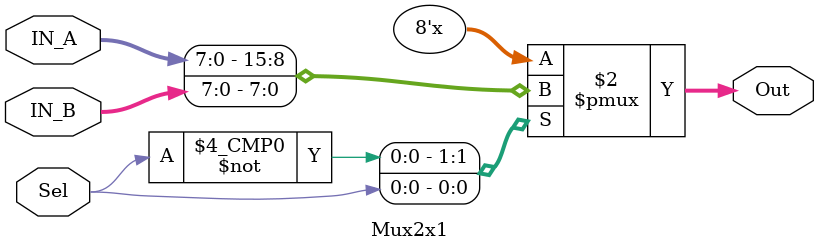
<source format=sv>

module Mux2x1 #(parameter WIDTH = 8)(

    input                   Sel,
    input      [WIDTH-1:0]  IN_A,
    input      [WIDTH-1:0]  IN_B,
    output reg [WIDTH-1:0]  Out

);
    always @(*) begin
    case (Sel)

        1'b0: begin

            Out <= IN_A;

        end

        1'b1: begin

            Out <= IN_B;

        end

        default: begin

            Out <= {8{1'bx}};

        end

    endcase
    end

endmodule

</source>
